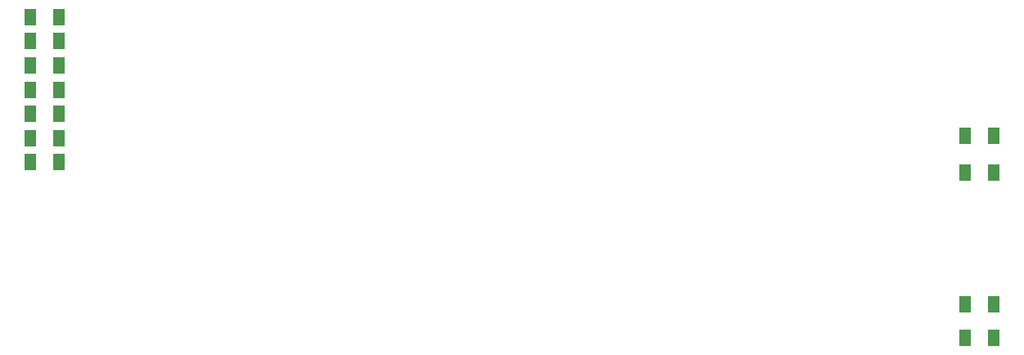
<source format=gbr>
G04 #@! TF.GenerationSoftware,KiCad,Pcbnew,(6.0.0)*
G04 #@! TF.CreationDate,2022-01-05T20:15:47-08:00*
G04 #@! TF.ProjectId,Duo2_Direwolf,44756f32-5f44-4697-9265-776f6c662e6b,rev?*
G04 #@! TF.SameCoordinates,PX2faf080PY8f0d180*
G04 #@! TF.FileFunction,Paste,Top*
G04 #@! TF.FilePolarity,Positive*
%FSLAX46Y46*%
G04 Gerber Fmt 4.6, Leading zero omitted, Abs format (unit mm)*
G04 Created by KiCad (PCBNEW (6.0.0)) date 2022-01-05 20:15:47*
%MOMM*%
%LPD*%
G01*
G04 APERTURE LIST*
%ADD10R,1.150000X1.800000*%
G04 APERTURE END LIST*
D10*
X19788000Y48000000D03*
X16788000Y48000000D03*
X19788000Y50500000D03*
X16788000Y50500000D03*
X19788000Y58000000D03*
X16788000Y58000000D03*
X19788000Y45500000D03*
X16788000Y45500000D03*
X19788000Y55500000D03*
X16788000Y55500000D03*
X16788000Y53000000D03*
X19788000Y53000000D03*
X116500000Y30750000D03*
X113500000Y30750000D03*
X16788000Y60500000D03*
X19788000Y60500000D03*
X116500000Y48260000D03*
X113500000Y48260000D03*
X116500000Y44450000D03*
X113500000Y44450000D03*
X116500000Y27305000D03*
X113500000Y27305000D03*
M02*

</source>
